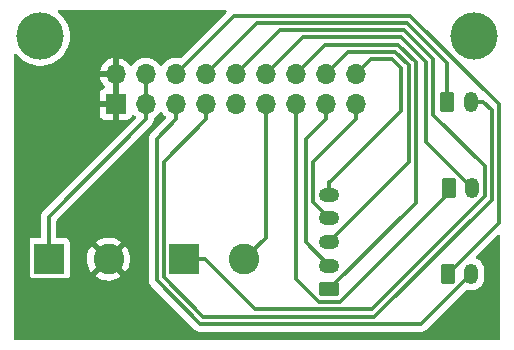
<source format=gbr>
%TF.GenerationSoftware,KiCad,Pcbnew,(6.0.11-0)*%
%TF.CreationDate,2023-03-20T11:34:52+11:00*%
%TF.ProjectId,AD3 Breakout Board,41443320-4272-4656-916b-6f757420426f,rev?*%
%TF.SameCoordinates,PXb71b00PY2781868*%
%TF.FileFunction,Copper,L1,Top*%
%TF.FilePolarity,Positive*%
%FSLAX46Y46*%
G04 Gerber Fmt 4.6, Leading zero omitted, Abs format (unit mm)*
G04 Created by KiCad (PCBNEW (6.0.11-0)) date 2023-03-20 11:34:52*
%MOMM*%
%LPD*%
G01*
G04 APERTURE LIST*
G04 Aperture macros list*
%AMRoundRect*
0 Rectangle with rounded corners*
0 $1 Rounding radius*
0 $2 $3 $4 $5 $6 $7 $8 $9 X,Y pos of 4 corners*
0 Add a 4 corners polygon primitive as box body*
4,1,4,$2,$3,$4,$5,$6,$7,$8,$9,$2,$3,0*
0 Add four circle primitives for the rounded corners*
1,1,$1+$1,$2,$3*
1,1,$1+$1,$4,$5*
1,1,$1+$1,$6,$7*
1,1,$1+$1,$8,$9*
0 Add four rect primitives between the rounded corners*
20,1,$1+$1,$2,$3,$4,$5,0*
20,1,$1+$1,$4,$5,$6,$7,0*
20,1,$1+$1,$6,$7,$8,$9,0*
20,1,$1+$1,$8,$9,$2,$3,0*%
G04 Aperture macros list end*
%TA.AperFunction,ComponentPad*%
%ADD10C,4.000000*%
%TD*%
%TA.AperFunction,ComponentPad*%
%ADD11R,2.600000X2.600000*%
%TD*%
%TA.AperFunction,ComponentPad*%
%ADD12C,2.600000*%
%TD*%
%TA.AperFunction,ComponentPad*%
%ADD13RoundRect,0.250000X-0.350000X-0.625000X0.350000X-0.625000X0.350000X0.625000X-0.350000X0.625000X0*%
%TD*%
%TA.AperFunction,ComponentPad*%
%ADD14O,1.200000X1.750000*%
%TD*%
%TA.AperFunction,ComponentPad*%
%ADD15R,1.700000X1.700000*%
%TD*%
%TA.AperFunction,ComponentPad*%
%ADD16O,1.700000X1.700000*%
%TD*%
%TA.AperFunction,ComponentPad*%
%ADD17RoundRect,0.250000X0.625000X-0.350000X0.625000X0.350000X-0.625000X0.350000X-0.625000X-0.350000X0*%
%TD*%
%TA.AperFunction,ComponentPad*%
%ADD18O,1.750000X1.200000*%
%TD*%
%TA.AperFunction,Conductor*%
%ADD19C,0.300000*%
%TD*%
G04 APERTURE END LIST*
D10*
%TO.P,H1,1*%
%TO.N,N/C*%
X2950000Y26500000D03*
%TD*%
D11*
%TO.P,J3,1,1*%
%TO.N,/Thermistor_1*%
X15155000Y7620000D03*
D12*
%TO.P,J3,2,2*%
%TO.N,/Thermistor_2*%
X20235000Y7620000D03*
%TD*%
D13*
%TO.P,J5,1,Pin_1*%
%TO.N,/LED_VCC*%
X37425000Y20950000D03*
D14*
%TO.P,J5,2,Pin_2*%
%TO.N,/LED_GND*%
X39425000Y20950000D03*
%TD*%
D13*
%TO.P,J7,1,Pin_1*%
%TO.N,/HS_Fan_VCC*%
X37450000Y6375000D03*
D14*
%TO.P,J7,2,Pin_2*%
%TO.N,/HS_Fan_GND*%
X39450000Y6375000D03*
%TD*%
D10*
%TO.P,H2,1*%
%TO.N,N/C*%
X39700000Y26500000D03*
%TD*%
D11*
%TO.P,J2,1,1*%
%TO.N,/Heater_VCC*%
X3655000Y7620000D03*
D12*
%TO.P,J2,2,2*%
%TO.N,/Heater_GND*%
X8735000Y7620000D03*
%TD*%
D13*
%TO.P,J4,1,Pin_1*%
%TO.N,/PC_FAN_VCC*%
X37525000Y13650000D03*
D14*
%TO.P,J4,2,Pin_2*%
%TO.N,/PC_FAN_GND*%
X39525000Y13650000D03*
%TD*%
D15*
%TO.P,J1,1,Pin_1*%
%TO.N,/Heater_GND*%
X9350000Y20750000D03*
D16*
%TO.P,J1,2,Pin_2*%
X9350000Y23290000D03*
%TO.P,J1,3,Pin_3*%
%TO.N,/Heater_VCC*%
X11890000Y20750000D03*
%TO.P,J1,4,Pin_4*%
X11890000Y23290000D03*
%TO.P,J1,5,Pin_5*%
%TO.N,/HS_Fan_GND*%
X14430000Y20750000D03*
%TO.P,J1,6,Pin_6*%
%TO.N,/HS_Fan_VCC*%
X14430000Y23290000D03*
%TO.P,J1,7,Pin_7*%
%TO.N,/LED_GND*%
X16970000Y20750000D03*
%TO.P,J1,8,Pin_8*%
%TO.N,/LED_VCC*%
X16970000Y23290000D03*
%TO.P,J1,9,Pin_9*%
%TO.N,unconnected-(J1-Pad9)*%
X19510000Y20750000D03*
%TO.P,J1,10,Pin_10*%
%TO.N,/Thermistor_1*%
X19510000Y23290000D03*
%TO.P,J1,11,Pin_11*%
%TO.N,/Thermistor_2*%
X22050000Y20750000D03*
%TO.P,J1,12,Pin_12*%
%TO.N,/PC_FAN_GND*%
X22050000Y23290000D03*
%TO.P,J1,13,Pin_13*%
%TO.N,/PC_FAN_VCC*%
X24590000Y20750000D03*
%TO.P,J1,14,Pin_14*%
%TO.N,/BLT_GND1*%
X24590000Y23290000D03*
%TO.P,J1,15,Pin_15*%
%TO.N,/BLT_5v*%
X27130000Y20750000D03*
%TO.P,J1,16,Pin_16*%
%TO.N,/BLT_PA1*%
X27130000Y23290000D03*
%TO.P,J1,17,Pin_17*%
%TO.N,/BLT_GND2*%
X29670000Y20750000D03*
%TO.P,J1,18,Pin_18*%
%TO.N,/BLT_PC14*%
X29670000Y23290000D03*
%TD*%
D17*
%TO.P,J6,1,Pin_1*%
%TO.N,/BLT_GND1*%
X27400000Y5075000D03*
D18*
%TO.P,J6,2,Pin_2*%
%TO.N,/BLT_5v*%
X27400000Y7075000D03*
%TO.P,J6,3,Pin_3*%
%TO.N,/BLT_PA1*%
X27400000Y9075000D03*
%TO.P,J6,4,Pin_4*%
%TO.N,/BLT_GND2*%
X27400000Y11075000D03*
%TO.P,J6,5,Pin_5*%
%TO.N,/BLT_PC14*%
X27400000Y13075000D03*
%TD*%
D19*
%TO.N,/Heater_GND*%
X1904800Y6069800D02*
X1904800Y12004700D01*
X2104800Y5869800D02*
X1904800Y6069800D01*
X6984800Y5869800D02*
X2104800Y5869800D01*
X1904800Y12004700D02*
X9350000Y19449900D01*
X9350000Y20750000D02*
X9350000Y23290000D01*
X8735000Y7620000D02*
X6984800Y5869800D01*
X9350000Y20750000D02*
X9350000Y19449900D01*
%TO.N,/Heater_VCC*%
X3655000Y7620000D02*
X3655000Y11214900D01*
X11890000Y23290000D02*
X11890000Y20750000D01*
X3655000Y11214900D02*
X11890000Y19449900D01*
X11890000Y20750000D02*
X11890000Y19449900D01*
%TO.N,/Thermistor_1*%
X31004800Y3360000D02*
X21165100Y3360000D01*
X40577400Y12932600D02*
X31004800Y3360000D01*
X36243200Y19839000D02*
X40577400Y15504800D01*
X23260400Y27040400D02*
X33788100Y27040400D01*
X15155000Y7620000D02*
X16905100Y7620000D01*
X36243200Y24585300D02*
X36243200Y19839000D01*
X19510000Y23290000D02*
X23260400Y27040400D01*
X21165100Y3360000D02*
X16905100Y7620000D01*
X40577400Y15504800D02*
X40577400Y12932600D01*
X33788100Y27040400D02*
X36243200Y24585300D01*
%TO.N,/Thermistor_2*%
X22050000Y9435000D02*
X20235000Y7620000D01*
X22050000Y20750000D02*
X22050000Y9435000D01*
%TO.N,/HS_Fan_GND*%
X12804700Y5821600D02*
X16492600Y2133700D01*
X35208700Y2133700D02*
X39450000Y6375000D01*
X14430000Y19449900D02*
X12804700Y17824600D01*
X14430000Y20750000D02*
X14430000Y19449900D01*
X12804700Y17824600D02*
X12804700Y5821600D01*
X16492600Y2133700D02*
X35208700Y2133700D01*
%TO.N,/HS_Fan_VCC*%
X34285100Y28240600D02*
X19380600Y28240600D01*
X41777600Y10702600D02*
X41777600Y20748100D01*
X41777600Y20748100D02*
X34285100Y28240600D01*
X19380600Y28240600D02*
X14430000Y23290000D01*
X37450000Y6375000D02*
X41777600Y10702600D01*
%TO.N,/PC_FAN_GND*%
X25180300Y26420300D02*
X33528700Y26420300D01*
X35643000Y24306000D02*
X35643000Y17532000D01*
X33528700Y26420300D02*
X35643000Y24306000D01*
X22050000Y23290000D02*
X25180300Y26420300D01*
X35643000Y17532000D02*
X39525000Y13650000D01*
%TO.N,/PC_FAN_VCC*%
X24590000Y5916900D02*
X26525000Y3981900D01*
X24590000Y20750000D02*
X24590000Y5916900D01*
X26525000Y3981900D02*
X28326900Y3981900D01*
X37525000Y13180000D02*
X37525000Y13650000D01*
X28326900Y3981900D02*
X37525000Y13180000D01*
%TO.N,/LED_GND*%
X41177500Y12665700D02*
X41177500Y20247600D01*
X13404800Y15884700D02*
X13404800Y6070100D01*
X41177500Y20247600D02*
X40475100Y20950000D01*
X39425000Y20950000D02*
X40475100Y20950000D01*
X31245600Y2733800D02*
X41177500Y12665700D01*
X13404800Y6070100D02*
X16741100Y2733800D01*
X16970000Y19449900D02*
X13404800Y15884700D01*
X16970000Y20750000D02*
X16970000Y19449900D01*
X16741100Y2733800D02*
X31245600Y2733800D01*
%TO.N,/LED_VCC*%
X21320500Y27640500D02*
X16970000Y23290000D01*
X37425000Y24252100D02*
X34036600Y27640500D01*
X34036600Y27640500D02*
X21320500Y27640500D01*
X37425000Y20950000D02*
X37425000Y24252100D01*
%TO.N,/BLT_PA1*%
X27400000Y9075000D02*
X34136300Y15811300D01*
X34136300Y24050900D02*
X32995400Y25191800D01*
X34136300Y15811300D02*
X34136300Y24050900D01*
X32995400Y25191800D02*
X29031800Y25191800D01*
X29031800Y25191800D02*
X27130000Y23290000D01*
%TO.N,/BLT_GND1*%
X27091900Y25791900D02*
X24590000Y23290000D01*
X27400000Y5075000D02*
X34736400Y12411400D01*
X34736400Y12411400D02*
X34736400Y24299400D01*
X33243900Y25791900D02*
X27091900Y25791900D01*
X34736400Y24299400D02*
X33243900Y25791900D01*
%TO.N,/BLT_PC14*%
X30971700Y24591700D02*
X29670000Y23290000D01*
X32746900Y24591700D02*
X30971700Y24591700D01*
X33536200Y20167600D02*
X33536200Y23802400D01*
X27400000Y14125100D02*
X27493700Y14125100D01*
X27493700Y14125100D02*
X33536200Y20167600D01*
X27400000Y13075000D02*
X27400000Y14125100D01*
X33536200Y23802400D02*
X32746900Y24591700D01*
%TO.N,/BLT_5v*%
X25445200Y9029800D02*
X27400000Y7075000D01*
X27130000Y20750000D02*
X27130000Y19449900D01*
X27130000Y19449900D02*
X25445200Y17765100D01*
X25445200Y17765100D02*
X25445200Y9029800D01*
%TO.N,/BLT_GND2*%
X29670000Y20750000D02*
X29670000Y19449900D01*
X29670000Y19449900D02*
X26045300Y15825200D01*
X26045300Y15825200D02*
X26045300Y12429700D01*
X26045300Y12429700D02*
X27400000Y11075000D01*
%TD*%
%TA.AperFunction,Conductor*%
%TO.N,/Heater_GND*%
G36*
X18689171Y28696498D02*
G01*
X18735664Y28642842D01*
X18745768Y28572568D01*
X18716274Y28507988D01*
X18710145Y28501405D01*
X14857335Y24648595D01*
X14795023Y24614569D01*
X14746145Y24613643D01*
X14697943Y24622229D01*
X14563373Y24646200D01*
X14563367Y24646201D01*
X14558284Y24647106D01*
X14484452Y24648008D01*
X14340081Y24649772D01*
X14340079Y24649772D01*
X14334911Y24649835D01*
X14114091Y24616045D01*
X13901756Y24546643D01*
X13703607Y24443493D01*
X13699474Y24440390D01*
X13699471Y24440388D01*
X13529100Y24312470D01*
X13524965Y24309365D01*
X13370629Y24147862D01*
X13263201Y23990379D01*
X13208293Y23945379D01*
X13137768Y23937208D01*
X13074021Y23968462D01*
X13053324Y23992946D01*
X12972822Y24117383D01*
X12972820Y24117386D01*
X12970014Y24121723D01*
X12819670Y24286949D01*
X12815619Y24290148D01*
X12815615Y24290152D01*
X12648414Y24422200D01*
X12648410Y24422202D01*
X12644359Y24425402D01*
X12608028Y24445458D01*
X12592136Y24454231D01*
X12448789Y24533362D01*
X12443920Y24535086D01*
X12443916Y24535088D01*
X12243087Y24606205D01*
X12243083Y24606206D01*
X12238212Y24607931D01*
X12233119Y24608838D01*
X12233116Y24608839D01*
X12023373Y24646200D01*
X12023367Y24646201D01*
X12018284Y24647106D01*
X11944452Y24648008D01*
X11800081Y24649772D01*
X11800079Y24649772D01*
X11794911Y24649835D01*
X11574091Y24616045D01*
X11361756Y24546643D01*
X11163607Y24443493D01*
X11159474Y24440390D01*
X11159471Y24440388D01*
X10989100Y24312470D01*
X10984965Y24309365D01*
X10830629Y24147862D01*
X10827720Y24143597D01*
X10827714Y24143589D01*
X10815404Y24125543D01*
X10723204Y23990382D01*
X10722898Y23989934D01*
X10667987Y23944931D01*
X10597462Y23936760D01*
X10533715Y23968014D01*
X10513018Y23992498D01*
X10432426Y24117074D01*
X10426136Y24125243D01*
X10282806Y24282760D01*
X10275273Y24289785D01*
X10108139Y24421778D01*
X10099552Y24427483D01*
X9913117Y24530401D01*
X9903705Y24534631D01*
X9702959Y24605720D01*
X9692988Y24608354D01*
X9621837Y24621028D01*
X9608540Y24619568D01*
X9604000Y24605011D01*
X9604000Y19410116D01*
X9608475Y19394877D01*
X9609865Y19393672D01*
X9617548Y19392001D01*
X10244669Y19392001D01*
X10251490Y19392371D01*
X10302352Y19397895D01*
X10317604Y19401521D01*
X10438054Y19446676D01*
X10453649Y19455214D01*
X10555724Y19531715D01*
X10568285Y19544276D01*
X10644786Y19646351D01*
X10653324Y19661946D01*
X10694225Y19771048D01*
X10736867Y19827812D01*
X10803428Y19852512D01*
X10872777Y19837304D01*
X10907444Y19809316D01*
X10932865Y19779969D01*
X10932869Y19779965D01*
X10936250Y19776062D01*
X11020395Y19706204D01*
X11060030Y19647302D01*
X11061528Y19576321D01*
X11029005Y19520165D01*
X3247395Y11738555D01*
X3238615Y11730565D01*
X3238613Y11730563D01*
X3231920Y11726316D01*
X3226494Y11720538D01*
X3226493Y11720537D01*
X3183396Y11674643D01*
X3180641Y11671801D01*
X3160073Y11651233D01*
X3157356Y11647730D01*
X3149648Y11638705D01*
X3118028Y11605033D01*
X3114207Y11598082D01*
X3114206Y11598081D01*
X3107697Y11586242D01*
X3096843Y11569718D01*
X3089018Y11559629D01*
X3083696Y11552768D01*
X3080549Y11545496D01*
X3080548Y11545494D01*
X3065346Y11510365D01*
X3060124Y11499705D01*
X3037876Y11459237D01*
X3032541Y11438459D01*
X3026142Y11419769D01*
X3017620Y11400076D01*
X3016380Y11392245D01*
X3010394Y11354452D01*
X3007987Y11342829D01*
X2996500Y11298088D01*
X2996500Y11276641D01*
X2994949Y11256931D01*
X2991594Y11235748D01*
X2992340Y11227857D01*
X2995941Y11189762D01*
X2996500Y11177904D01*
X2996500Y9554500D01*
X2976498Y9486379D01*
X2922842Y9439886D01*
X2870500Y9428500D01*
X2306866Y9428500D01*
X2244684Y9421745D01*
X2108295Y9370615D01*
X1991739Y9283261D01*
X1904385Y9166705D01*
X1853255Y9030316D01*
X1846500Y8968134D01*
X1846500Y6271866D01*
X1853255Y6209684D01*
X1904385Y6073295D01*
X1991739Y5956739D01*
X2108295Y5869385D01*
X2244684Y5818255D01*
X2306866Y5811500D01*
X5003134Y5811500D01*
X5065316Y5818255D01*
X5201705Y5869385D01*
X5318261Y5956739D01*
X5405615Y6073295D01*
X5443778Y6175094D01*
X7654839Y6175094D01*
X7663553Y6163573D01*
X7770452Y6085191D01*
X7778351Y6080255D01*
X8007905Y5959481D01*
X8016454Y5955764D01*
X8261327Y5870251D01*
X8270336Y5867837D01*
X8525166Y5819456D01*
X8534423Y5818402D01*
X8793607Y5808217D01*
X8802921Y5808543D01*
X9060753Y5836780D01*
X9069930Y5838481D01*
X9320758Y5904519D01*
X9329574Y5907555D01*
X9567880Y6009938D01*
X9576167Y6014252D01*
X9796718Y6150734D01*
X9804268Y6156220D01*
X9809559Y6160699D01*
X9817997Y6173503D01*
X9811935Y6183855D01*
X8747812Y7247978D01*
X8733868Y7255592D01*
X8732035Y7255461D01*
X8725420Y7251210D01*
X7661497Y6187287D01*
X7654839Y6175094D01*
X5443778Y6175094D01*
X5456745Y6209684D01*
X5463500Y6271866D01*
X5463500Y7662789D01*
X6922775Y7662789D01*
X6935220Y7403712D01*
X6936356Y7394457D01*
X6986961Y7140055D01*
X6989449Y7131083D01*
X7077095Y6886967D01*
X7080895Y6878432D01*
X7203658Y6649958D01*
X7208666Y6642096D01*
X7278720Y6548284D01*
X7289979Y6539835D01*
X7302397Y6546607D01*
X8362978Y7607188D01*
X8369356Y7618868D01*
X9099408Y7618868D01*
X9099539Y7617035D01*
X9103790Y7610420D01*
X10171094Y6543116D01*
X10183474Y6536356D01*
X10191815Y6542600D01*
X10325832Y6750952D01*
X10330275Y6759136D01*
X10436807Y6995630D01*
X10439997Y7004395D01*
X10510402Y7254028D01*
X10512262Y7263170D01*
X10545187Y7521981D01*
X10545668Y7528267D01*
X10547987Y7616840D01*
X10547836Y7623149D01*
X10528501Y7883337D01*
X10527125Y7892543D01*
X10469878Y8145533D01*
X10467154Y8154444D01*
X10373143Y8396194D01*
X10369132Y8404603D01*
X10240422Y8629798D01*
X10235211Y8637524D01*
X10191996Y8692342D01*
X10180071Y8700813D01*
X10168537Y8694327D01*
X9107022Y7632812D01*
X9099408Y7618868D01*
X8369356Y7618868D01*
X8370592Y7621132D01*
X8370461Y7622965D01*
X8366210Y7629580D01*
X7300816Y8694974D01*
X7287507Y8702242D01*
X7277472Y8695122D01*
X7261937Y8676444D01*
X7256531Y8668865D01*
X7121965Y8447109D01*
X7117736Y8438808D01*
X7017432Y8199611D01*
X7014471Y8190761D01*
X6950628Y7939375D01*
X6949006Y7930178D01*
X6923020Y7672115D01*
X6922775Y7662789D01*
X5463500Y7662789D01*
X5463500Y8968134D01*
X5456745Y9030316D01*
X5442876Y9067311D01*
X7652102Y9067311D01*
X7656675Y9057535D01*
X8722188Y7992022D01*
X8736132Y7984408D01*
X8737965Y7984539D01*
X8744580Y7988790D01*
X9809349Y9053559D01*
X9815733Y9065249D01*
X9806321Y9077359D01*
X9659045Y9179529D01*
X9651010Y9184262D01*
X9418376Y9298984D01*
X9409743Y9302472D01*
X9162703Y9381550D01*
X9153643Y9383726D01*
X8897630Y9425420D01*
X8888343Y9426232D01*
X8628992Y9429627D01*
X8619681Y9429057D01*
X8362682Y9394081D01*
X8353546Y9392140D01*
X8104543Y9319561D01*
X8095800Y9316293D01*
X7860252Y9207704D01*
X7852097Y9203184D01*
X7661240Y9078053D01*
X7652102Y9067311D01*
X5442876Y9067311D01*
X5405615Y9166705D01*
X5318261Y9283261D01*
X5201705Y9370615D01*
X5065316Y9421745D01*
X5003134Y9428500D01*
X4439500Y9428500D01*
X4371379Y9448502D01*
X4324886Y9502158D01*
X4313500Y9554500D01*
X4313500Y10889950D01*
X4333502Y10958071D01*
X4350405Y10979045D01*
X12297605Y18926245D01*
X12306385Y18934235D01*
X12306387Y18934237D01*
X12313080Y18938484D01*
X12361620Y18990174D01*
X12364359Y18992999D01*
X12384927Y19013567D01*
X12387647Y19017074D01*
X12395353Y19026096D01*
X12421544Y19053987D01*
X12426972Y19059767D01*
X12437301Y19078555D01*
X12437303Y19078558D01*
X12448157Y19095082D01*
X12456445Y19105768D01*
X12456446Y19105769D01*
X12461304Y19112032D01*
X12464452Y19119307D01*
X12479654Y19154435D01*
X12484876Y19165095D01*
X12503305Y19198616D01*
X12503307Y19198620D01*
X12507124Y19205563D01*
X12512459Y19226341D01*
X12518861Y19245038D01*
X12527380Y19264724D01*
X12534606Y19310348D01*
X12537013Y19321971D01*
X12546528Y19359032D01*
X12548500Y19366712D01*
X12548500Y19388159D01*
X12550051Y19407869D01*
X12552166Y19421223D01*
X12553406Y19429052D01*
X12549135Y19474236D01*
X12562638Y19543936D01*
X12601408Y19588672D01*
X12646447Y19620798D01*
X12769860Y19708827D01*
X12783750Y19722668D01*
X12870701Y19809316D01*
X12928096Y19866511D01*
X12954486Y19903236D01*
X13058453Y20047923D01*
X13059776Y20046972D01*
X13106645Y20090143D01*
X13176580Y20102375D01*
X13242026Y20074856D01*
X13269875Y20043006D01*
X13329987Y19944912D01*
X13476250Y19776062D01*
X13480225Y19772762D01*
X13480228Y19772759D01*
X13560395Y19706203D01*
X13600030Y19647300D01*
X13601528Y19576319D01*
X13569005Y19520164D01*
X12397096Y18348255D01*
X12388313Y18340263D01*
X12381620Y18336016D01*
X12376194Y18330238D01*
X12333095Y18284342D01*
X12330340Y18281500D01*
X12309773Y18260933D01*
X12307056Y18257430D01*
X12299348Y18248405D01*
X12267728Y18214733D01*
X12263907Y18207782D01*
X12263906Y18207781D01*
X12257397Y18195942D01*
X12246543Y18179418D01*
X12238718Y18169329D01*
X12233396Y18162468D01*
X12230249Y18155196D01*
X12230248Y18155194D01*
X12215046Y18120065D01*
X12209824Y18109405D01*
X12187576Y18068937D01*
X12182241Y18048159D01*
X12175842Y18029469D01*
X12167320Y18009776D01*
X12166080Y18001945D01*
X12160094Y17964152D01*
X12157687Y17952529D01*
X12146200Y17907788D01*
X12146200Y17886341D01*
X12144649Y17866631D01*
X12141294Y17845448D01*
X12142739Y17830167D01*
X12145641Y17799462D01*
X12146200Y17787604D01*
X12146200Y5903656D01*
X12145641Y5891800D01*
X12143912Y5884063D01*
X12144161Y5876141D01*
X12146138Y5813231D01*
X12146200Y5809273D01*
X12146200Y5780168D01*
X12146756Y5775768D01*
X12147688Y5763936D01*
X12149138Y5717769D01*
X12151350Y5710156D01*
X12151350Y5710155D01*
X12155119Y5697184D01*
X12159130Y5677818D01*
X12161818Y5656536D01*
X12164734Y5649171D01*
X12164735Y5649167D01*
X12178826Y5613579D01*
X12182665Y5602369D01*
X12195555Y5558000D01*
X12206475Y5539535D01*
X12215166Y5521795D01*
X12223065Y5501844D01*
X12233185Y5487915D01*
X12250216Y5464474D01*
X12256733Y5454552D01*
X12276207Y5421623D01*
X12276210Y5421619D01*
X12280247Y5414793D01*
X12295411Y5399629D01*
X12308251Y5384596D01*
X12320859Y5367243D01*
X12356452Y5337798D01*
X12365232Y5329808D01*
X15968945Y1726095D01*
X15976935Y1717315D01*
X15981184Y1710620D01*
X15986962Y1705194D01*
X15986963Y1705193D01*
X16032857Y1662096D01*
X16035699Y1659341D01*
X16056267Y1638773D01*
X16059770Y1636056D01*
X16068795Y1628348D01*
X16102467Y1596728D01*
X16109418Y1592907D01*
X16109419Y1592906D01*
X16121258Y1586397D01*
X16137782Y1575543D01*
X16148465Y1567257D01*
X16154732Y1562396D01*
X16178606Y1552065D01*
X16197136Y1544046D01*
X16207781Y1538831D01*
X16248263Y1516576D01*
X16255937Y1514606D01*
X16255944Y1514603D01*
X16269026Y1511245D01*
X16287734Y1504840D01*
X16307423Y1496320D01*
X16315249Y1495081D01*
X16315251Y1495080D01*
X16339759Y1491199D01*
X16353059Y1489092D01*
X16364670Y1486688D01*
X16395707Y1478719D01*
X16401735Y1477171D01*
X16401736Y1477171D01*
X16409412Y1475200D01*
X16430858Y1475200D01*
X16450568Y1473649D01*
X16463922Y1471534D01*
X16463923Y1471534D01*
X16471752Y1470294D01*
X16517741Y1474641D01*
X16529596Y1475200D01*
X35126644Y1475200D01*
X35138500Y1474641D01*
X35138503Y1474641D01*
X35146237Y1472912D01*
X35217069Y1475138D01*
X35221027Y1475200D01*
X35250132Y1475200D01*
X35254532Y1475756D01*
X35266364Y1476688D01*
X35312531Y1478138D01*
X35333121Y1484120D01*
X35352482Y1488130D01*
X35360108Y1489093D01*
X35365904Y1489825D01*
X35365905Y1489825D01*
X35373764Y1490818D01*
X35381129Y1493734D01*
X35381133Y1493735D01*
X35416721Y1507826D01*
X35427931Y1511665D01*
X35472300Y1524555D01*
X35490765Y1535475D01*
X35508505Y1544166D01*
X35528456Y1552065D01*
X35565829Y1579218D01*
X35575748Y1585733D01*
X35608677Y1605207D01*
X35608681Y1605210D01*
X35615507Y1609247D01*
X35630671Y1624411D01*
X35645705Y1637252D01*
X35663057Y1649859D01*
X35692503Y1685453D01*
X35700492Y1694232D01*
X39010287Y5004027D01*
X39072599Y5038053D01*
X39140714Y5033959D01*
X39186271Y5018139D01*
X39192209Y5017278D01*
X39389664Y4988648D01*
X39389667Y4988648D01*
X39395604Y4987787D01*
X39606899Y4997567D01*
X39738077Y5029181D01*
X39806701Y5045719D01*
X39806703Y5045720D01*
X39812534Y5047125D01*
X39817992Y5049607D01*
X39817996Y5049608D01*
X39933041Y5101916D01*
X40005087Y5134674D01*
X40177611Y5257054D01*
X40323881Y5409850D01*
X40438620Y5587548D01*
X40468184Y5660906D01*
X40515442Y5778168D01*
X40515443Y5778171D01*
X40517686Y5783737D01*
X40558228Y5991337D01*
X40558500Y5996899D01*
X40558500Y6702846D01*
X40543452Y6860566D01*
X40483908Y7063534D01*
X40446928Y7135336D01*
X40389804Y7246249D01*
X40389802Y7246252D01*
X40387058Y7251580D01*
X40256396Y7417920D01*
X40251865Y7421852D01*
X40251862Y7421855D01*
X40101167Y7552621D01*
X40096637Y7556552D01*
X40091451Y7559552D01*
X40091447Y7559555D01*
X39918735Y7659471D01*
X39918736Y7659471D01*
X39913546Y7662473D01*
X39909565Y7663855D01*
X39856408Y7710009D01*
X39836474Y7778150D01*
X39856544Y7846251D01*
X39873379Y7867119D01*
X41676405Y9670145D01*
X41738717Y9704171D01*
X41809532Y9699106D01*
X41866368Y9656559D01*
X41891179Y9590039D01*
X41891500Y9581050D01*
X41891500Y909500D01*
X41871498Y841379D01*
X41817842Y794886D01*
X41765500Y783500D01*
X859500Y783500D01*
X791379Y803502D01*
X744886Y857158D01*
X733500Y909500D01*
X733500Y19855331D01*
X7992001Y19855331D01*
X7992371Y19848510D01*
X7997895Y19797648D01*
X8001521Y19782396D01*
X8046676Y19661946D01*
X8055214Y19646351D01*
X8131715Y19544276D01*
X8144276Y19531715D01*
X8246351Y19455214D01*
X8261946Y19446676D01*
X8382394Y19401522D01*
X8397649Y19397895D01*
X8448514Y19392369D01*
X8455328Y19392000D01*
X9077885Y19392000D01*
X9093124Y19396475D01*
X9094329Y19397865D01*
X9096000Y19405548D01*
X9096000Y20477885D01*
X9091525Y20493124D01*
X9090135Y20494329D01*
X9082452Y20496000D01*
X8010116Y20496000D01*
X7994877Y20491525D01*
X7993672Y20490135D01*
X7992001Y20482452D01*
X7992001Y19855331D01*
X733500Y19855331D01*
X733500Y21022115D01*
X7992000Y21022115D01*
X7996475Y21006876D01*
X7997865Y21005671D01*
X8005548Y21004000D01*
X9077885Y21004000D01*
X9093124Y21008475D01*
X9094329Y21009865D01*
X9096000Y21017548D01*
X9096000Y23017885D01*
X9091525Y23033124D01*
X9090135Y23034329D01*
X9082452Y23036000D01*
X8033225Y23036000D01*
X8019694Y23032027D01*
X8018257Y23022034D01*
X8048565Y22887554D01*
X8051645Y22877725D01*
X8131770Y22680397D01*
X8136413Y22671206D01*
X8247694Y22489612D01*
X8253777Y22481301D01*
X8393213Y22320333D01*
X8400578Y22313119D01*
X8405966Y22308646D01*
X8445599Y22249742D01*
X8447095Y22178761D01*
X8409978Y22118239D01*
X8369707Y22093722D01*
X8261948Y22053325D01*
X8246351Y22044786D01*
X8144276Y21968285D01*
X8131715Y21955724D01*
X8055214Y21853649D01*
X8046676Y21838054D01*
X8001522Y21717606D01*
X7997895Y21702351D01*
X7992369Y21651486D01*
X7992000Y21644672D01*
X7992000Y21022115D01*
X733500Y21022115D01*
X733500Y23555817D01*
X8014389Y23555817D01*
X8015912Y23547393D01*
X8028292Y23544000D01*
X9077885Y23544000D01*
X9093124Y23548475D01*
X9094329Y23549865D01*
X9096000Y23557548D01*
X9096000Y24606898D01*
X9092082Y24620242D01*
X9077806Y24622229D01*
X9039324Y24616340D01*
X9029288Y24613949D01*
X8826868Y24547788D01*
X8817359Y24543791D01*
X8628463Y24445458D01*
X8619738Y24439964D01*
X8449433Y24312095D01*
X8441726Y24305252D01*
X8294590Y24151283D01*
X8288104Y24143273D01*
X8168098Y23967351D01*
X8163000Y23958377D01*
X8073338Y23765217D01*
X8069775Y23755530D01*
X8014389Y23555817D01*
X733500Y23555817D01*
X733500Y24893937D01*
X753502Y24962058D01*
X807158Y25008551D01*
X877432Y25018655D01*
X942012Y24989161D01*
X956585Y24974253D01*
X1106131Y24793484D01*
X1117767Y24779418D01*
X1347860Y24563346D01*
X1603221Y24377816D01*
X1606690Y24375909D01*
X1606693Y24375907D01*
X1775453Y24283130D01*
X1879821Y24225753D01*
X1883490Y24224300D01*
X1883495Y24224298D01*
X2087323Y24143597D01*
X2173298Y24109557D01*
X2479025Y24031060D01*
X2792179Y23991500D01*
X3107821Y23991500D01*
X3420975Y24031060D01*
X3726702Y24109557D01*
X3812677Y24143597D01*
X4016505Y24224298D01*
X4016510Y24224300D01*
X4020179Y24225753D01*
X4124547Y24283130D01*
X4293307Y24375907D01*
X4293310Y24375909D01*
X4296779Y24377816D01*
X4552140Y24563346D01*
X4782233Y24779418D01*
X4793870Y24793484D01*
X4980907Y25019573D01*
X4983432Y25022625D01*
X5152562Y25289131D01*
X5154246Y25292710D01*
X5154250Y25292717D01*
X5285267Y25571144D01*
X5285269Y25571148D01*
X5286956Y25574734D01*
X5384495Y25874928D01*
X5443641Y26184980D01*
X5463460Y26500000D01*
X5443641Y26815020D01*
X5384495Y27125072D01*
X5286956Y27425266D01*
X5213156Y27582100D01*
X5154250Y27707283D01*
X5154246Y27707290D01*
X5152562Y27710869D01*
X4983432Y27977375D01*
X4782233Y28220582D01*
X4552140Y28436654D01*
X4480692Y28488564D01*
X4437338Y28544786D01*
X4431263Y28615522D01*
X4464394Y28678314D01*
X4526214Y28713225D01*
X4554753Y28716500D01*
X18621050Y28716500D01*
X18689171Y28696498D01*
G37*
%TD.AperFunction*%
%TD*%
M02*

</source>
